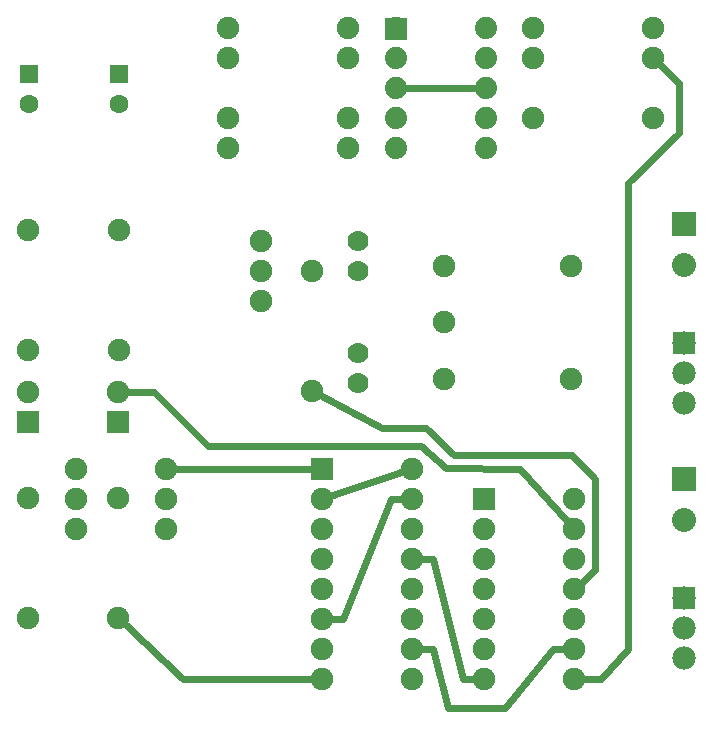
<source format=gbl>
G04 MADE WITH FRITZING*
G04 WWW.FRITZING.ORG*
G04 DOUBLE SIDED*
G04 HOLES PLATED*
G04 CONTOUR ON CENTER OF CONTOUR VECTOR*
%ASAXBY*%
%FSLAX23Y23*%
%MOIN*%
%OFA0B0*%
%SFA1.0B1.0*%
%ADD10C,0.075000*%
%ADD11C,0.075118*%
%ADD12C,0.074803*%
%ADD13C,0.080000*%
%ADD14C,0.070000*%
%ADD15C,0.078000*%
%ADD16C,0.074000*%
%ADD17C,0.062992*%
%ADD18R,0.080000X0.080000*%
%ADD19R,0.075000X0.075000*%
%ADD20R,0.078000X0.078000*%
%ADD21R,0.074000X0.074000*%
%ADD22R,0.062992X0.062992*%
%ADD23C,0.024000*%
%LNCOPPER0*%
G90*
G70*
G54D10*
X622Y1693D03*
X622Y1293D03*
X321Y1693D03*
X321Y1293D03*
G54D11*
X2129Y1570D03*
X1707Y1570D03*
X1707Y1196D03*
X2129Y1196D03*
G54D12*
X1706Y1386D03*
G54D10*
X321Y397D03*
X321Y797D03*
X621Y397D03*
X621Y797D03*
X1268Y1556D03*
X1268Y1156D03*
G54D13*
X2508Y862D03*
X2508Y724D03*
G54D10*
X1840Y796D03*
X2140Y796D03*
X1840Y696D03*
X2140Y696D03*
X1840Y596D03*
X2140Y596D03*
X1840Y496D03*
X2140Y496D03*
X1840Y396D03*
X2140Y396D03*
X1840Y296D03*
X2140Y296D03*
X1840Y196D03*
X2140Y196D03*
X1300Y896D03*
X1600Y896D03*
X1300Y796D03*
X1600Y796D03*
X1300Y696D03*
X1600Y696D03*
X1300Y596D03*
X1600Y596D03*
X1300Y496D03*
X1600Y496D03*
X1300Y396D03*
X1600Y396D03*
X1300Y296D03*
X1600Y296D03*
X1300Y196D03*
X1600Y196D03*
X479Y896D03*
X479Y796D03*
X479Y696D03*
X779Y896D03*
X779Y796D03*
X779Y696D03*
X1096Y1656D03*
X1096Y1556D03*
X1096Y1456D03*
G54D14*
X1420Y1181D03*
X1420Y1281D03*
X1420Y1656D03*
X1420Y1556D03*
G54D10*
X621Y1050D03*
X621Y1150D03*
X321Y1051D03*
X321Y1151D03*
G54D15*
X2507Y466D03*
X2507Y366D03*
X2507Y266D03*
G54D16*
X1546Y2364D03*
X1546Y2264D03*
X1546Y2164D03*
X1546Y2064D03*
X1546Y1965D03*
X1847Y1965D03*
X1847Y2064D03*
X1847Y2164D03*
X1847Y2264D03*
X1847Y2364D03*
X1546Y2364D03*
X1546Y2264D03*
X1546Y2164D03*
X1546Y2064D03*
X1546Y1965D03*
X1847Y1965D03*
X1847Y2064D03*
X1847Y2164D03*
X1847Y2264D03*
X1847Y2364D03*
G54D10*
X988Y2364D03*
X1388Y2364D03*
X987Y2264D03*
X1387Y2264D03*
X987Y2064D03*
X1387Y2064D03*
X987Y1964D03*
X1387Y1964D03*
X2003Y2064D03*
X2403Y2064D03*
X2002Y2264D03*
X2402Y2264D03*
X2003Y2364D03*
X2403Y2364D03*
G54D17*
X622Y2211D03*
X622Y2112D03*
X322Y2210D03*
X322Y2112D03*
G54D13*
X2508Y1712D03*
X2508Y1574D03*
G54D15*
X2508Y1316D03*
X2508Y1216D03*
X2508Y1116D03*
G54D18*
X2508Y862D03*
G54D19*
X1840Y796D03*
X1300Y896D03*
X621Y1050D03*
X321Y1051D03*
G54D20*
X2507Y466D03*
G54D21*
X1547Y2363D03*
G54D22*
X622Y2211D03*
X322Y2210D03*
G54D18*
X2508Y1712D03*
G54D20*
X2508Y1316D03*
G54D23*
X1816Y2164D02*
X1577Y2164D01*
D02*
X919Y973D02*
X1630Y973D01*
D02*
X1961Y895D02*
X2121Y717D01*
D02*
X1713Y897D02*
X1961Y895D01*
D02*
X1630Y973D02*
X1713Y897D01*
D02*
X739Y1150D02*
X919Y973D01*
D02*
X649Y1150D02*
X739Y1150D01*
D02*
X1770Y196D02*
X1669Y596D01*
D02*
X1669Y596D02*
X1629Y596D01*
D02*
X1812Y196D02*
X1770Y196D01*
D02*
X808Y896D02*
X1271Y896D01*
D02*
X837Y196D02*
X1271Y196D01*
D02*
X642Y377D02*
X837Y196D01*
D02*
X1531Y796D02*
X1369Y396D01*
D02*
X1369Y396D02*
X1329Y396D01*
D02*
X1571Y796D02*
X1531Y796D01*
D02*
X1719Y98D02*
X1909Y98D01*
D02*
X1909Y98D02*
X2071Y296D01*
D02*
X1670Y296D02*
X1719Y98D01*
D02*
X2071Y296D02*
X2112Y296D01*
D02*
X1629Y296D02*
X1670Y296D01*
D02*
X2211Y862D02*
X2135Y942D01*
D02*
X1648Y1031D02*
X1500Y1031D01*
D02*
X2135Y942D02*
X1741Y942D01*
D02*
X1741Y942D02*
X1648Y1031D01*
D02*
X2211Y558D02*
X2211Y862D01*
D02*
X1500Y1031D02*
X1293Y1142D01*
D02*
X2162Y515D02*
X2211Y558D01*
D02*
X2489Y2016D02*
X2319Y1848D01*
D02*
X2319Y1848D02*
X2319Y296D01*
D02*
X2489Y2180D02*
X2489Y2016D01*
D02*
X2423Y2244D02*
X2489Y2180D01*
D02*
X2319Y296D02*
X2230Y196D01*
D02*
X2230Y196D02*
X2169Y196D01*
D02*
X1573Y887D02*
X1327Y805D01*
G04 End of Copper0*
M02*
</source>
